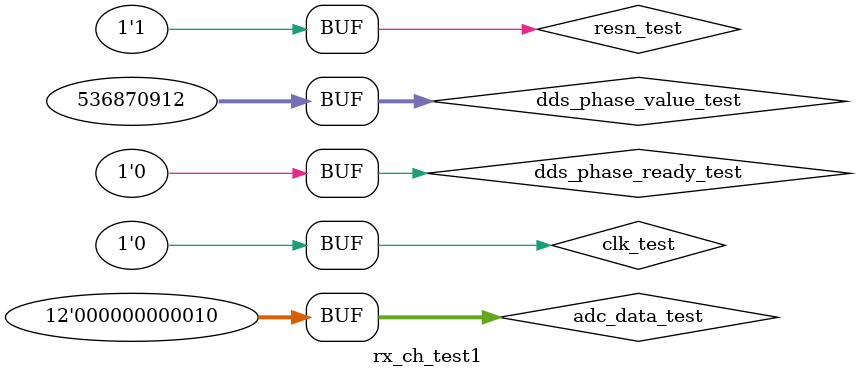
<source format=v>
`timescale 1ns / 100ps


module rx_ch_test1();

parameter IN_WIDTH = 12;

reg clk_test;
reg resn_test;
reg signed [IN_WIDTH-1:0] adc_data_test;
reg [31:0] dds_phase_value_test;
reg dds_phase_ready_test;

always begin
    clk_test = 1; #12;
    clk_test = 0; #13;
end

initial begin
    resn_test = 1;
    dds_phase_ready_test = 0;
    adc_data_test = 2;
    dds_phase_value_test = 2**29;
    #1000;
    resn_test = 0;
    #60;
    resn_test = 1;
    #100000;
    dds_phase_ready_test = 1;
    #50;
    dds_phase_ready_test = 0;
end


    

sound_rx_ch sound_rx_ch_obj(
        .adc_data(adc_data_test),
        .dds_phase_value(dds_phase_value_test),
        .resn_i(resn_test),
        .dds_phase_value_ready_i(dds_phase_ready_test),
        .clk_main(clk_test)
    );

endmodule

</source>
